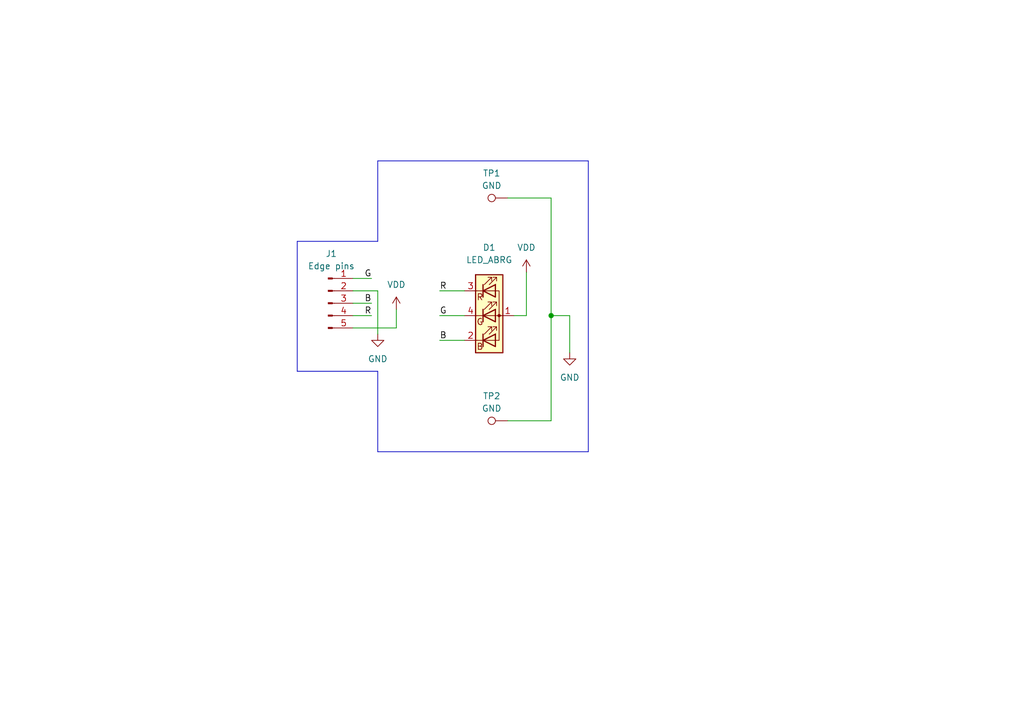
<source format=kicad_sch>
(kicad_sch (version 20231120) (generator "eeschema") (generator_version "8.0")
  (paper "A5")
  (title_block (title "Chakram Scroll Wheel - RGB") (date "2024-07-19") (rev "1.0") (company "Petr Moucha") (comment 2 "Licensed under CERN-OHL-W v2"))
  (lib_symbols
    (symbol "Connector:Conn_01x05_Pin" (pin_names (offset 1.016) hide)
      (property "Reference" "J" (at 0 7.62 0))
      (property "Value" "Conn_01x05_Pin" (at 0 -7.62 0))
      (symbol "Conn_01x05_Pin_1_1"
        (polyline (pts (xy 1.27 -5.08) (xy 0.8636 -5.08)) (stroke (width 0.1524)))
        (polyline (pts (xy 1.27 -2.54) (xy 0.8636 -2.54)) (stroke (width 0.1524)))
        (polyline (pts (xy 1.27 0) (xy 0.8636 0)) (stroke (width 0.1524)))
        (polyline (pts (xy 1.27 2.54) (xy 0.8636 2.54)) (stroke (width 0.1524)))
        (polyline (pts (xy 1.27 5.08) (xy 0.8636 5.08)) (stroke (width 0.1524)))
        (rectangle (start 0.8636 -4.953) (end 0 -5.207) (stroke (width 0.1524)) (fill (type outline)))
        (rectangle (start 0.8636 -2.413) (end 0 -2.667) (stroke (width 0.1524)) (fill (type outline)))
        (rectangle (start 0.8636 0.127) (end 0 -0.127) (stroke (width 0.1524)) (fill (type outline)))
        (rectangle (start 0.8636 2.667) (end 0 2.413) (stroke (width 0.1524)) (fill (type outline)))
        (rectangle (start 0.8636 5.207) (end 0 4.953) (stroke (width 0.1524)) (fill (type outline)))
        (pin passive line (at 5.08 5.08 180) (length 3.81) (name "Pin_1") (number "1"))
        (pin passive line (at 5.08 2.54 180) (length 3.81) (name "Pin_2") (number "2"))
        (pin passive line (at 5.08 0 180) (length 3.81) (name "Pin_3") (number "3"))
        (pin passive line (at 5.08 -2.54 180) (length 3.81) (name "Pin_4") (number "4"))
        (pin passive line (at 5.08 -5.08 180) (length 3.81) (name "Pin_5") (number "5"))
      )
    )
    (symbol "Connector:TestPoint" (pin_numbers hide) (pin_names (offset 0.762) hide)
      (property "Reference" "TP" (at 0 6.858 0))
      (property "Value" "TestPoint" (at 0 5.08 0))
      (symbol "TestPoint_0_1"
        (circle (center 0 3.302) (radius 0.762))
      )
      (symbol "TestPoint_1_1"
        (pin passive line (at 0 0 90) (length 2.54) (name "1") (number "1"))
      )
    )
    (symbol "Device:LED_ABRG" (pin_names (offset 0) hide)
      (property "Reference" "D" (at 0 9.398 0))
      (property "Value" "LED_ABRG" (at 0 -8.89 0))
      (symbol "LED_ABRG_0_0"
        (text "B" (at -1.905 -6.35 0) (effects (font (size 1.27 1.27))))
        (text "G" (at -1.905 -1.27 0) (effects (font (size 1.27 1.27))))
        (text "R" (at -1.905 3.81 0) (effects (font (size 1.27 1.27))))
      )
      (symbol "LED_ABRG_0_1"
        (polyline (pts (xy -1.27 -5.08) (xy -2.54 -5.08)))
        (polyline (pts (xy -1.27 -5.08) (xy 1.27 -5.08)))
        (polyline (pts (xy -1.27 -3.81) (xy -1.27 -6.35)) (stroke (width 0.254)))
        (polyline (pts (xy -1.27 0) (xy -2.54 0)))
        (polyline (pts (xy -1.27 1.27) (xy -1.27 -1.27)) (stroke (width 0.254)))
        (polyline (pts (xy -1.27 5.08) (xy -2.54 5.08)))
        (polyline (pts (xy -1.27 5.08) (xy 1.27 5.08)))
        (polyline (pts (xy -1.27 6.35) (xy -1.27 3.81)) (stroke (width 0.254)))
        (polyline (pts (xy 1.27 0) (xy -1.27 0)))
        (polyline (pts (xy 1.27 0) (xy 2.54 0)))
        (polyline (pts (xy -1.27 1.27) (xy -1.27 -1.27) (xy -1.27 -1.27)))
        (polyline (pts (xy -1.27 6.35) (xy -1.27 3.81) (xy -1.27 3.81)))
        (polyline (pts (xy 1.27 -5.08) (xy 2.032 -5.08) (xy 2.032 5.08) (xy 1.27 5.08)))
        (polyline (pts (xy 1.27 -3.81) (xy 1.27 -6.35) (xy -1.27 -5.08) (xy 1.27 -3.81)) (stroke (width 0.254)))
        (polyline (pts (xy 1.27 1.27) (xy 1.27 -1.27) (xy -1.27 0) (xy 1.27 1.27)) (stroke (width 0.254)))
        (polyline (pts (xy 1.27 6.35) (xy 1.27 3.81) (xy -1.27 5.08) (xy 1.27 6.35)) (stroke (width 0.254)))
        (polyline (pts (xy -1.016 -3.81) (xy 0.508 -2.286) (xy -0.254 -2.286) (xy 0.508 -2.286) (xy 0.508 -3.048)))
        (polyline (pts (xy -1.016 1.27) (xy 0.508 2.794) (xy -0.254 2.794) (xy 0.508 2.794) (xy 0.508 2.032)))
        (polyline (pts (xy -1.016 6.35) (xy 0.508 7.874) (xy -0.254 7.874) (xy 0.508 7.874) (xy 0.508 7.112)))
        (polyline (pts (xy 0 -3.81) (xy 1.524 -2.286) (xy 0.762 -2.286) (xy 1.524 -2.286) (xy 1.524 -3.048)))
        (polyline (pts (xy 0 1.27) (xy 1.524 2.794) (xy 0.762 2.794) (xy 1.524 2.794) (xy 1.524 2.032)))
        (polyline (pts (xy 0 6.35) (xy 1.524 7.874) (xy 0.762 7.874) (xy 1.524 7.874) (xy 1.524 7.112)))
        (rectangle (start 1.27 -1.27) (end 1.27 1.27))
        (rectangle (start 1.27 1.27) (end 1.27 1.27))
        (rectangle (start 1.27 3.81) (end 1.27 6.35))
        (rectangle (start 1.27 6.35) (end 1.27 6.35))
        (circle (center 2.032 0) (radius 0.254) (fill (type outline)))
        (rectangle (start 2.794 8.382) (end -2.794 -7.62) (stroke (width 0.254)) (fill (type background)))
      )
      (symbol "LED_ABRG_1_1"
        (pin passive line (at 5.08 0 180) (length 2.54) (name "A") (number "1"))
        (pin passive line (at -5.08 -5.08 0) (length 2.54) (name "BK") (number "2"))
        (pin passive line (at -5.08 5.08 0) (length 2.54) (name "RK") (number "3"))
        (pin passive line (at -5.08 0 0) (length 2.54) (name "GK") (number "4"))
      )
    )
    (symbol "power:GND" (power) (pin_numbers hide) (pin_names (offset 0) hide)
      (property "Value" "GND" (at 0 -3.81 0))
      (symbol "GND_0_1"
        (polyline (pts (xy 0 0) (xy 0 -1.27) (xy 1.27 -1.27) (xy 0 -2.54) (xy -1.27 -1.27) (xy 0 -1.27)))
      )
      (symbol "GND_1_1"
        (pin power_in line (at 0 0 270) (length 0) (name "~") (number "1"))
      )
    )
    (symbol "power:VDD" (power) (pin_numbers hide) (pin_names (offset 0) hide)
      (property "Value" "VDD" (at 0 3.556 0))
      (symbol "VDD_0_1"
        (polyline (pts (xy -0.762 1.27) (xy 0 2.54)))
        (polyline (pts (xy 0 0) (xy 0 2.54)))
        (polyline (pts (xy 0 2.54) (xy 0.762 1.27)))
      )
      (symbol "VDD_1_1"
        (pin power_in line (at 0 0 90) (length 0) (name "~") (number "1"))
      )
    )
  )
  (junction (at 113.03 64.77))
  (polyline (pts (xy 60.96 49.53) (xy 77.47 49.53)))
  (wire (pts (xy 113.03 40.64) (xy 104.14 40.64)))
  (wire (pts (xy 90.17 69.85) (xy 95.25 69.85)))
  (wire (pts (xy 72.39 64.77) (xy 76.2 64.77)))
  (polyline (pts (xy 77.47 33.02) (xy 120.65 33.02)))
  (wire (pts (xy 72.39 59.69) (xy 77.47 59.69)))
  (wire (pts (xy 107.95 55.88) (xy 107.95 64.77)))
  (wire (pts (xy 107.95 64.77) (xy 105.41 64.77)))
  (wire (pts (xy 90.17 64.77) (xy 95.25 64.77)))
  (polyline (pts (xy 77.47 92.71) (xy 77.47 76.2)))
  (polyline (pts (xy 120.65 92.71) (xy 77.47 92.71)))
  (polyline (pts (xy 120.65 33.02) (xy 120.65 92.71)))
  (wire (pts (xy 81.28 67.31) (xy 81.28 63.5)))
  (wire (pts (xy 113.03 40.64) (xy 113.03 64.77)))
  (wire (pts (xy 113.03 64.77) (xy 113.03 86.36)))
  (polyline (pts (xy 77.47 33.02) (xy 77.47 49.53)))
  (wire (pts (xy 72.39 62.23) (xy 76.2 62.23)))
  (wire (pts (xy 104.14 86.36) (xy 113.03 86.36)))
  (wire (pts (xy 90.17 59.69) (xy 95.25 59.69)))
  (wire (pts (xy 77.47 59.69) (xy 77.47 68.58)))
  (wire (pts (xy 113.03 64.77) (xy 116.84 64.77)))
  (polyline (pts (xy 60.96 76.2) (xy 60.96 49.53)))
  (wire (pts (xy 72.39 57.15) (xy 76.2 57.15)))
  (wire (pts (xy 116.84 64.77) (xy 116.84 72.39)))
  (wire (pts (xy 72.39 67.31) (xy 81.28 67.31)))
  (polyline (pts (xy 77.47 76.2) (xy 60.96 76.2)))
  (label "R" (at 90.17 59.69 0))
  (label "G" (at 76.2 57.15 180))
  (label "B" (at 90.17 69.85 0))
  (label "B" (at 76.2 62.23 180))
  (label "G" (at 90.17 64.77 0))
  (label "R" (at 76.2 64.77 180))
  (symbol (lib_id "power:GND") (at 116.84 72.39 0) (unit 1)
    (property "Reference" "#PWR04" (effects (hide yes)))
    (property "Value" "GND" (at 116.84 77.47 0))
    (property "Description" "Power symbol creates a global label with name \"GND\" , ground" (effects (hide yes)))
  )
  (symbol (lib_id "power:GND") (at 77.47 68.58 0) (unit 1)
    (property "Reference" "#PWR03" (effects (hide yes)))
    (property "Value" "GND" (at 77.47 73.66 0))
    (property "Description" "Power symbol creates a global label with name \"GND\" , ground" (effects (hide yes)))
  )
  (symbol (lib_id "Device:LED_ABRG") (at 100.33 64.77 0) (unit 1)
    (property "Reference" "D1" (at 100.33 50.8 0))
    (property "Value" "LED_ABRG" (at 100.33 53.34 0))
    (property "Footprint" "LED_SMD:LED_RGB_Wuerth-PLCC4_3.2x2.8mm_150141M173100" (effects (hide yes)))
    (property "Description" "RGB LED, anode/blue/red/green" (effects (hide yes)))
  )
  (symbol (lib_id "power:VDD") (at 81.28 63.5 0) (unit 1)
    (property "Reference" "#PWR02" (effects (hide yes)))
    (property "Value" "VDD" (at 81.28 58.42 0))
    (property "Description" "Power symbol creates a global label with name \"VDD\"" (effects (hide yes)))
  )
  (symbol (lib_id "Connector:TestPoint") (at 104.14 86.36 90) (unit 1)
    (property "Reference" "TP2" (at 100.838 81.28 90))
    (property "Value" "GND" (at 100.838 83.82 90))
    (property "Footprint" "TestPoint:TestPoint_THTPad_D2.0mm_Drill1.0mm" (effects (hide yes)))
    (property "Description" "test point" (effects (hide yes)))
  )
  (symbol (lib_id "Connector:TestPoint") (at 104.14 40.64 90) (unit 1)
    (property "Reference" "TP1" (at 100.838 35.56 90))
    (property "Value" "GND" (at 100.838 38.1 90))
    (property "Footprint" "TestPoint:TestPoint_THTPad_D2.0mm_Drill1.0mm" (effects (hide yes)))
    (property "Description" "test point" (effects (hide yes)))
  )
  (symbol (lib_id "power:VDD") (at 107.95 55.88 0) (unit 1)
    (property "Reference" "#PWR01" (effects (hide yes)))
    (property "Value" "VDD" (at 107.95 50.8 0))
    (property "Description" "Power symbol creates a global label with name \"VDD\"" (effects (hide yes)))
  )
  (symbol (lib_id "Connector:Conn_01x05_Pin") (at 67.31 62.23 0) (unit 1)
    (property "Reference" "J1" (at 67.945 52.07 0))
    (property "Value" "Edge pins" (at 67.945 54.61 0))
    (property "Footprint" "Moucha_Modules:LED_Chakram_Edge" (effects (hide yes)))
    (property "Description" "Generic connector, single row, 01x05, script generated" (effects (hide yes)))
  )
)
</source>
